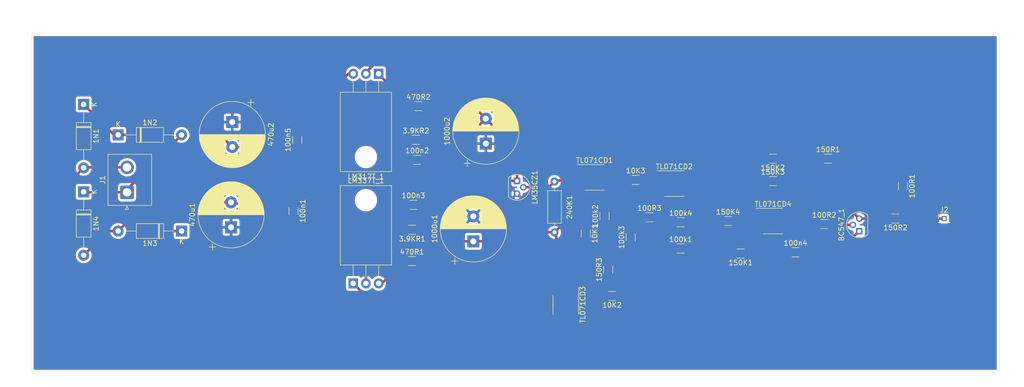
<source format=kicad_pcb>
(kicad_pcb (version 20241229) (generator "pcbnew") (generator_version "9.0")
  (layers (0 "F.Cu" signal) (2 "B.Cu" signal) (13 "F.Paste" user) (15 "B.Paste" user) (5 "F.SilkS" user "F.Silkscreen") (7 "B.SilkS" user "B.Silkscreen") (1 "F.Mask" user) (3 "B.Mask" user) (25 "Edge.Cuts" user))
  (net 0 "")
  (net 1 "Net-(1N1-K)")
  (net 2 "Net-(1N1-A)")
  (net 3 "Net-(1N2-A)")
  (net 4 "Net-(1N3-A)")
  (net 5 "Net-(LM337T_1-ADJ)")
  (net 6 "GND")
  (net 7 "Net-(LM317T_1-ADJ)")
  (net 8 "Net-(TL071CD3--)")
  (net 9 "Net-(TL071CD2-+)")
  (net 10 "Net-(BC547_1-C)")
  (net 11 "Net-(TL071CD3-+)")
  (net 12 "Net-(TL071CD1--)")
  (net 13 "Net-(TL071CD2--)")
  (net 14 "Net-(100k1-Pad2)")
  (net 15 "Net-(LM337T_1-VO)")
  (net 16 "Net-(100R2-Pad1)")
  (net 17 "Net-(TL071CD4--)")
  (net 18 "Net-(100R1-Pad1)")
  (net 19 "Net-(J2-Pin_1)")
  (net 20 "Net-(BC547_1-B)")
  (net 21 "Net-(100R3-Pad2)")
  (net 22 "Net-(TL071CD4-+)")
  (net 23 "Net-(BC547_1-E)")
  (net 24 "Net-(LM35CZ1-Vout)")
  (footprint "VAMK_R_SMD:1206" (layer "F.Cu") (at 198.5 100.75 180)
    (property "Reference" "150K1" (at 0 -1.82 0) (layer "F.SilkS"))
    (property "Value" "150k")
    (pad "1" smd roundrect (at -1.55 0 180) (size 1.3 1.75) (layers "F.Cu" "F.Mask" "F.Paste") (roundrect_rratio 0.192308) (net 19 "Net-(J2-Pin_1)"))
    (pad "2" smd roundrect (at 1.55 0 180) (size 1.3 1.75) (layers "F.Cu" "F.Mask" "F.Paste") (roundrect_rratio 0.192308) (net 22 "Net-(TL071CD4-+)"))
  )
  (footprint "VAMK_IC_SMD:SO8IC" (layer "F.Cu") (at 205 94.25)
    (property "Reference" "TL071CD4" (at 0 -3.4 0) (layer "F.SilkS"))
    (property "Value" "TL071CD_SO8")
    (pad "1" smd roundrect (at -2.475 -1.905) (size 1.95 0.6) (layers "F.Cu" "F.Mask" "F.Paste"))
    (pad "2" smd roundrect (at -2.475 -0.635) (size 1.95 0.6) (layers "F.Cu" "F.Mask" "F.Paste") (net 17 "Net-(TL071CD4--)"))
    (pad "3" smd roundrect (at -2.475 0.635) (size 1.95 0.6) (layers "F.Cu" "F.Mask" "F.Paste") (net 22 "Net-(TL071CD4-+)"))
    (pad "4" smd roundrect (at -2.475 1.905) (size 1.95 0.6) (layers "F.Cu" "F.Mask" "F.Paste") (net 15 "Net-(LM337T_1-VO)"))
    (pad "5" smd roundrect (at 2.475 1.905) (size 1.95 0.6) (layers "F.Cu" "F.Mask" "F.Paste"))
    (pad "6" smd roundrect (at 2.475 0.635) (size 1.95 0.6) (layers "F.Cu" "F.Mask" "F.Paste") (net 16 "Net-(100R2-Pad1)"))
    (pad "7" smd roundrect (at 2.475 -0.635) (size 1.95 0.6) (layers "F.Cu" "F.Mask" "F.Paste") (net 10 "Net-(BC547_1-C)"))
    (pad "8" smd roundrect (at 2.475 -1.905) (size 1.95 0.6) (layers "F.Cu" "F.Mask" "F.Paste"))
  )
  (footprint "VAMK_R_SMD:1206" (layer "F.Cu") (at 180.25 93.5)
    (property "Reference" "100R3" (at 0 -1.82 0) (layer "F.SilkS"))
    (property "Value" "100R")
    (pad "1" smd roundrect (at -1.55 0) (size 1.3 1.75) (layers "F.Cu" "F.Mask" "F.Paste") (roundrect_rratio 0.192308) (net 6 "GND"))
    (pad "2" smd roundrect (at 1.55 0) (size 1.3 1.75) (layers "F.Cu" "F.Mask" "F.Paste") (roundrect_rratio 0.192308) (net 21 "Net-(100R3-Pad2)"))
  )
  (footprint "VAMK_R_SMD:1206" (layer "F.Cu") (at 196 94.25)
    (property "Reference" "150K4" (at 0 -1.82 0) (layer "F.SilkS"))
    (property "Value" "150k")
    (pad "1" smd roundrect (at -1.55 0) (size 1.3 1.75) (layers "F.Cu" "F.Mask" "F.Paste") (roundrect_rratio 0.192308) (net 14 "Net-(100k1-Pad2)"))
    (pad "2" smd roundrect (at 1.55 0) (size 1.3 1.75) (layers "F.Cu" "F.Mask" "F.Paste") (roundrect_rratio 0.192308) (net 22 "Net-(TL071CD4-+)"))
  )
  (footprint "VAMK_C_SMD:C1206" (layer "F.Cu") (at 109 92.225 -90)
    (property "Reference" "100n1" (at 0 -1.85 90) (layer "F.SilkS"))
    (property "Value" "100NF_50V_CER")
    (pad "1" smd roundrect (at -1.475 0 270) (size 1.15 1.8) (layers "F.Cu" "F.Mask" "F.Paste") (roundrect_rratio 0.217391) (net 4 "Net-(1N3-A)"))
    (pad "2" smd roundrect (at 1.475 0 270) (size 1.15 1.8) (layers "F.Cu" "F.Mask" "F.Paste") (roundrect_rratio 0.217391) (net 6 "GND"))
  )
  (footprint "VAMK_C_SMD:C1206" (layer "F.Cu") (at 133.75 82)
    (property "Reference" "100n2" (at 0 -1.85 0) (layer "F.SilkS"))
    (property "Value" "100NF_50V_CER")
    (pad "1" smd roundrect (at -1.475 0) (size 1.15 1.8) (layers "F.Cu" "F.Mask" "F.Paste") (roundrect_rratio 0.217391) (net 6 "GND"))
    (pad "2" smd roundrect (at 1.475 0) (size 1.15 1.8) (layers "F.Cu" "F.Mask" "F.Paste") (roundrect_rratio 0.217391) (net 10 "Net-(BC547_1-C)"))
  )
  (footprint "VAMK_R_SMD:1206" (layer "F.Cu") (at 172 104 90)
    (property "Reference" "150R3" (at 0 -1.82 90) (layer "F.SilkS"))
    (property "Value" "150R")
    (pad "1" smd roundrect (at -1.55 0 90) (size 1.3 1.75) (layers "F.Cu" "F.Mask" "F.Paste") (roundrect_rratio 0.192308) (net 21 "Net-(100R3-Pad2)"))
    (pad "2" smd roundrect (at 1.55 0 90) (size 1.3 1.75) (layers "F.Cu" "F.Mask" "F.Paste") (roundrect_rratio 0.192308) (net 11 "Net-(TL071CD3-+)"))
  )
  (footprint "VAMK_R_SMD:1206" (layer "F.Cu") (at 132.7 102.25)
    (property "Reference" "470R1" (at 0 -1.82 0) (layer "F.SilkS"))
    (property "Value" "470R")
    (pad "1" smd roundrect (at -1.55 0) (size 1.3 1.75) (layers "F.Cu" "F.Mask" "F.Paste") (roundrect_rratio 0.192308) (net 15 "Net-(LM337T_1-VO)"))
    (pad "2" smd roundrect (at 1.55 0) (size 1.3 1.75) (layers "F.Cu" "F.Mask" "F.Paste") (roundrect_rratio 0.192308) (net 5 "Net-(LM337T_1-ADJ)"))
  )
  (footprint "VAMK_D:DO41" (layer "F.Cu") (at 86.6 96.25 180)
    (property "Reference" "1N3" (at 6.35 -2.47 0) (layer "F.SilkS"))
    (property "Value" "1N4007")
    (fp_text user "K" (at 0 -2.1 0) (layer "F.SilkS"))
    (pad "1" thru_hole rect (at 0 0 180) (size 2.2 2.2) (drill 1.1) (layers "*.Cu" "*.Mask") (net 2 "Net-(1N1-A)"))
    (pad "2" thru_hole oval (at 12.7 0 180) (size 2.2 2.2) (drill 1.1) (layers "*.Cu" "*.Mask") (net 4 "Net-(1N3-A)"))
  )
  (footprint "VAMK_D:DO41" (layer "F.Cu") (at 67 88.4 -90)
    (property "Reference" "1N4" (at 6.35 -2.47 90) (layer "F.SilkS"))
    (property "Value" "1N4007")
    (fp_text user "K" (at 0 -2.1 90) (layer "F.SilkS"))
    (pad "1" thru_hole rect (at 0 0 270) (size 2.2 2.2) (drill 1.1) (layers "*.Cu" "*.Mask") (net 3 "Net-(1N2-A)"))
    (pad "2" thru_hole oval (at 12.7 0 270) (size 2.2 2.2) (drill 1.1) (layers "*.Cu" "*.Mask") (net 4 "Net-(1N3-A)"))
  )
  (footprint "VAMK_R_SMD:1206" (layer "F.Cu") (at 204.95 81.75 180)
    (property "Reference" "150K2" (at 0 -1.82 0) (layer "F.SilkS"))
    (property "Value" "150k")
    (pad "1" smd roundrect (at -1.55 0 180) (size 1.3 1.75) (layers "F.Cu" "F.Mask" "F.Paste") (roundrect_rratio 0.192308) (net 6 "GND"))
    (pad "2" smd roundrect (at 1.55 0 180) (size 1.3 1.75) (layers "F.Cu" "F.Mask" "F.Paste") (roundrect_rratio 0.192308) (net 17 "Net-(TL071CD4--)"))
  )
  (footprint "VAMK_R_SMD:1206" (layer "F.Cu") (at 186.5 99.75)
    (property "Reference" "100k1" (at 0 -1.82 0) (layer "F.SilkS"))
    (property "Value" "100k")
    (pad "1" smd roundrect (at -1.55 0) (size 1.3 1.75) (layers "F.Cu" "F.Mask" "F.Paste") (roundrect_rratio 0.192308) (net 13 "Net-(TL071CD2--)"))
    (pad "2" smd roundrect (at 1.55 0) (size 1.3 1.75) (layers "F.Cu" "F.Mask" "F.Paste") (roundrect_rratio 0.192308) (net 14 "Net-(100k1-Pad2)"))
  )
  (footprint "VAMK_IC_SMD:SO8IC" (layer "F.Cu") (at 169.25 85.5)
    (property "Reference" "TL071CD1" (at 0 -3.4 0) (layer "F.SilkS"))
    (property "Value" "TL071CD_SO8")
    (pad "1" smd roundrect (at -2.475 -1.905) (size 1.95 0.6) (layers "F.Cu" "F.Mask" "F.Paste"))
    (pad "2" smd roundrect (at -2.475 -0.635) (size 1.95 0.6) (layers "F.Cu" "F.Mask" "F.Paste") (net 12 "Net-(TL071CD1--)"))
    (pad "3" smd roundrect (at -2.475 0.635) (size 1.95 0.6) (layers "F.Cu" "F.Mask" "F.Paste") (net 24 "Net-(LM35CZ1-Vout)"))
    (pad "4" smd roundrect (at -2.475 1.905) (size 1.95 0.6) (layers "F.Cu" "F.Mask" "F.Paste") (net 15 "Net-(LM337T_1-VO)"))
    (pad "5" smd roundrect (at 2.475 1.905) (size 1.95 0.6) (layers "F.Cu" "F.Mask" "F.Paste"))
    (pad "6" smd roundrect (at 2.475 0.635) (size 1.95 0.6) (layers "F.Cu" "F.Mask" "F.Paste") (net 12 "Net-(TL071CD1--)"))
    (pad "7" smd roundrect (at 2.475 -0.635) (size 1.95 0.6) (layers "F.Cu" "F.Mask" "F.Paste") (net 10 "Net-(BC547_1-C)"))
    (pad "8" smd roundrect (at 2.475 -1.905) (size 1.95 0.6) (layers "F.Cu" "F.Mask" "F.Paste"))
  )
  (footprint "VAMK_R:R3_5W" (layer "F.Cu") (at 161.25 91.5 90)
    (property "Reference" "240K1" (at 0 3 90) (layer "F.SilkS"))
    (property "Value" "240k")
    (pad "1" thru_hole circle (at -5 0 90) (size 1.6 1.6) (drill 0.8) (layers "*.Cu" "*.Mask") (net 15 "Net-(LM337T_1-VO)"))
    (pad "2" thru_hole oval (at 5.16 0 90) (size 1.6 1.6) (drill 0.8) (layers "*.Cu" "*.Mask") (net 24 "Net-(LM35CZ1-Vout)"))
  )
  (footprint "Connector_JST:JST_NV_B02P-NV_1x02_P5.00mm_Vertical" (layer "F.Cu") (at 75.684785 88.5 90)
    (property "Reference" "J1" (at 2.5 -4.9 90) (layer "F.SilkS"))
    (property "Value" "Conn_01x02")
    (pad "1" thru_hole roundrect (at 0 0 90) (size 2.7 2.7) (drill 1.7) (layers "*.Cu" "*.Mask") (roundrect_rratio 0.092593) (net 3 "Net-(1N2-A)"))
    (pad "2" thru_hole circle (at 5 0 90) (size 2.7 2.7) (drill 1.7) (layers "*.Cu" "*.Mask") (net 2 "Net-(1N1-A)"))
  )
  (footprint "Connector_PinHeader_1.27mm:PinHeader_1x01_P1.27mm_Vertical" (layer "F.Cu") (at 239.25 93.75)
    (property "Reference" "J2" (at 0 -1.745 0) (layer "F.SilkS"))
    (property "Value" "Output")
    (pad "1" thru_hole rect (at 0 0) (size 1 1) (drill 0.65) (layers "*.Cu" "*.Mask") (net 19 "Net-(J2-Pin_1)"))
  )
  (footprint "VAMK_R_SMD:1206" (layer "F.Cu") (at 132.75 96 180)
    (property "Reference" "3.9KR1" (at 0 -1.82 0) (layer "F.SilkS"))
    (property "Value" "3.9k")
    (pad "1" smd roundrect (at -1.55 0 180) (size 1.3 1.75) (layers "F.Cu" "F.Mask" "F.Paste") (roundrect_rratio 0.192308) (net 5 "Net-(LM337T_1-ADJ)"))
    (pad "2" smd roundrect (at 1.55 0 180) (size 1.3 1.75) (layers "F.Cu" "F.Mask" "F.Paste") (roundrect_rratio 0.192308) (net 6 "GND"))
  )
  (footprint "VAMK_C:C_P_5_0_13" (layer "F.Cu") (at 147.5 78.75 90)
    (property "Reference" "1000u2" (at 2.5 -7.75 90) (layer "F.SilkS"))
    (property "Value" "1000UF_50V_ELE")
    (pad "1" thru_hole rect (at 0 0 90) (size 2.4 2.4) (drill 1.2) (layers "*.Cu" "*.Mask") (net 6 "GND"))
    (pad "2" thru_hole circle (at 5 0 90) (size 2.4 2.4) (drill 1.2) (layers "*.Cu" "*.Mask") (net 10 "Net-(BC547_1-C)"))
  )
  (footprint "VAMK_ANA:TO-92" (layer "F.Cu") (at 222.25 96.29 90)
    (property "Reference" "BC547_1" (at 1.29 -3.56 90) (layer "F.SilkS"))
    (property "Value" "BC547_TO92_0.1A")
    (pad "1" thru_hole rect (at 0 0 90) (size 1.3 1.3) (drill 0.75) (layers "*.Cu" "*.Mask") (net 10 "Net-(BC547_1-C)"))
    (pad "2" thru_hole circle (at 1.28 -1.27 90) (size 1.3 1.3) (drill 0.75) (layers "*.Cu" "*.Mask") (net 20 "Net-(BC547_1-B)"))
    (pad "3" thru_hole circle (at 2.54 0 90) (size 1.3 1.3) (drill 0.75) (layers "*.Cu" "*.Mask") (net 23 "Net-(BC547_1-E)"))
  )
  (footprint "VAMK_C:C_P_5_0_13" (layer "F.Cu") (at 145 98.315215 90)
    (property "Reference" "1000u1" (at 2.5 -7.75 90) (layer "F.SilkS"))
    (property "Value" "1000UF_50V_ELE")
    (pad "1" thru_hole rect (at 0 0 90) (size 2.4 2.4) (drill 1.2) (layers "*.Cu" "*.Mask") (net 15 "Net-(LM337T_1-VO)"))
    (pad "2" thru_hole circle (at 5 0 90) (size 2.4 2.4) (drill 1.2) (layers "*.Cu" "*.Mask") (net 6 "GND"))
  )
  (footprint "VAMK_R_SMD:1206" (layer "F.Cu") (at 133.5 78)
    (property "Reference" "3.9KR2" (at 0 -1.82 0) (layer "F.SilkS"))
    (property "Value" "3.9k")
    (pad "1" smd roundrect (at -1.55 0) (size 1.3 1.75) (layers "F.Cu" "F.Mask" "F.Paste") (roundrect_rratio 0.192308) (net 6 "GND"))
    (pad "2" smd roundrect (at 1.55 0) (size 1.3 1.75) (layers "F.Cu" "F.Mask" "F.Paste") (roundrect_rratio 0.192308) (net 7 "Net-(LM317T_1-ADJ)"))
  )
  (footprint "VAMK_R_SMD:1206" (layer "F.Cu") (at 172.75 109.25 180)
    (property "Reference" "10K2" (at 0 -1.82 0) (layer "F.SilkS"))
    (property "Value" "10k")
    (pad "1" smd roundrect (at -1.55 0 180) (size 1.3 1.75) (layers "F.Cu" "F.Mask" "F.Paste") (roundrect_rratio 0.192308) (net 10 "Net-(BC547_1-C)"))
    (pad "2" smd roundrect (at 1.55 0 180) (size 1.3 1.75) (layers "F.Cu" "F.Mask" "F.Paste") (roundrect_rratio 0.192308) (net 11 "Net-(TL071CD3-+)"))
  )
  (footprint "VAMK_D:DO41" (layer "F.Cu") (at 73.9 77)
    (property "Reference" "1N2" (at 6.35 -2.47 0) (layer "F.SilkS"))
    (property "Value" "1N4007")
    (fp_text user "K" (at 0 -2.1 0) (layer "F.SilkS"))
    (pad "1" thru_hole rect (at 0 0) (size 2.2 2.2) (drill 1.1) (layers "*.Cu" "*.Mask") (net 1 "Net-(1N1-K)"))
    (pad "2" thru_hole oval (at 12.7 0) (size 2.2 2.2) (drill 1.1) (layers "*.Cu" "*.Mask") (net 3 "Net-(1N2-A)"))
  )
  (footprint "VAMK_R_SMD:1206" (layer "F.Cu") (at 215.25 94.86)
    (property "Reference" "100R2" (at 0 -1.82 0) (layer "F.SilkS"))
    (property "Value" "100R")
    (pad "1" smd roundrect (at -1.55 0) (size 1.3 1.75) (layers "F.Cu" "F.Mask" "F.Paste") (roundrect_rratio 0.192308) (net 16 "Net-(100R2-Pad1)"))
    (pad "2" smd roundrect (at 1.55 0) (size 1.3 1.75) (layers "F.Cu" "F.Mask" "F.Paste") (roundrect_rratio 0.192308) (net 20 "Net-(BC547_1-B)"))
  )
  (footprint "VAMK_C:C_P_5_0_13" (layer "F.Cu") (at 96.75 74.434784 -90)
    (property "Reference" "470u2" (at 2.5 -7.75 90) (layer "F.SilkS"))
    (property "Value" "470UF_50V_ELE")
    (pad "1" thru_hole rect (at 0 0 270) (size 2.4 2.4) (drill 1.2) (layers "*.Cu" "*.Mask") (net 6 "GND"))
    (pad "2" thru_hole circle (at 5 0 270) (size 2.4 2.4) (drill 1.2) (layers "*.Cu" "*.Mask") (net 1 "Net-(1N1-K)"))
  )
  (footprint "VAMK_R_SMD:1206" (layer "F.Cu") (at 186.5 94.5)
    (property "Reference" "100k4" (at 0 -1.82 0) (layer "F.SilkS"))
    (property "Value" "100k")
    (pad "1" smd roundrect (at -1.55 0) (size 1.3 1.75) (layers "F.Cu" "F.Mask" "F.Paste") (roundrect_rratio 0.192308) (net 13 "Net-(TL071CD2--)"))
    (pad "2" smd roundrect (at 1.55 0) (size 1.3 1.75) (layers "F.Cu" "F.Mask" "F.Paste") (roundrect_rratio 0.192308) (net 14 "Net-(100k1-Pad2)"))
  )
  (footprint "VAMK_R_SMD:1206" (layer "F.Cu") (at 229.5 93.75 180)
    (property "Reference" "150R2" (at 0 -1.82 0) (layer "F.SilkS"))
    (property "Value" "150R")
    (pad "1" smd roundrect (at -1.55 0 180) (size 1.3 1.75) (layers "F.Cu" "F.Mask" "F.Paste") (roundrect_rratio 0.192308) (net 19 "Net-(J2-Pin_1)"))
    (pad "2" smd roundrect (at 1.55 0 180) (size 1.3 1.75) (layers "F.Cu" "F.Mask" "F.Paste") (roundrect_rratio 0.192308) (net 23 "Net-(BC547_1-E)"))
  )
  (footprint "VAMK_R_SMD:1206" (layer "F.Cu") (at 216 81.75)
    (property "Reference" "150R1" (at 0 -1.82 0) (layer "F.SilkS"))
    (property "Value" "150R")
    (pad "1" smd roundrect (at -1.55 0) (size 1.3 1.75) (layers "F.Cu" "F.Mask" "F.Paste") (roundrect_rratio 0.192308) (net 6 "GND"))
    (pad "2" smd roundrect (at 1.55 0) (size 1.3 1.75) (layers "F.Cu" "F.Mask" "F.Paste") (roundrect_rratio 0.192308) (net 18 "Net-(100R1-Pad1)"))
  )
  (footprint "VAMK_C_SMD:C1206" (layer "F.Cu") (at 133 91)
    (property "Reference" "100n3" (at 0 -1.85 0) (layer "F.SilkS"))
    (property "Value" "100NF_50V_CER")
    (pad "1" smd roundrect (at -1.475 0) (size 1.15 1.8) (layers "F.Cu" "F.Mask" "F.Paste") (roundrect_rratio 0.217391) (net 6 "GND"))
    (pad "2" smd roundrect (at 1.475 0) (size 1.15 1.8) (layers "F.Cu" "F.Mask" "F.Paste") (roundrect_rratio 0.217391) (net 15 "Net-(LM337T_1-VO)"))
  )
  (footprint "VAMK_R_SMD:1206" (layer "F.Cu") (at 167.5 96.75 -90)
    (property "Reference" "10K1" (at 0 -1.82 90) (layer "F.SilkS"))
    (property "Value" "10k")
    (pad "1" smd roundrect (at -1.55 0 270) (size 1.3 1.75) (layers "F.Cu" "F.Mask" "F.Paste") (roundrect_rratio 0.192308) (net 9 "Net-(TL071CD2-+)"))
    (pad "2" smd roundrect (at 1.55 0 270) (size 1.3 1.75) (layers "F.Cu" "F.Mask" "F.Paste") (roundrect_rratio 0.192308) (net 8 "Net-(TL071CD3--)"))
  )
  (footprint "VAMK_IC_SMD:SO8IC" (layer "F.Cu") (at 163.5 111 -90)
    (property "Reference" "TL071CD3" (at 0 -3.4 90) (layer "F.SilkS"))
    (property "Value" "TL071CD_SO8")
    (pad "1" smd roundrect (at -2.475 -1.905 270) (size 1.95 0.6) (layers "F.Cu" "F.Mask" "F.Paste"))
    (pad "2" smd roundrect (at -2.475 -0.635 270) (size 1.95 0.6) (layers "F.Cu" "F.Mask" "F.Paste") (net 8 "Net-(TL071CD3--)"))
    (pad "3" smd roundrect (at -2.475 0.635 270) (size 1.95 0.6) (layers "F.Cu" "F.Mask" "F.Paste") (net 11 "Net-(TL071CD3-+)"))
    (pad "4" smd roundrect (at -2.475 1.905 270) (size 1.95 0.6) (layers "F.Cu" "F.Mask" "F.Paste") (net 15 "Net-(LM337T_1-VO)"))
    (pad "5" smd roundrect (at 2.475 1.905 270) (size 1.95 0.6) (layers "F.Cu" "F.Mask" "F.Paste"))
    (pad "6" smd roundrect (at 2.475 0.635 270) (size 1.95 0.6) (layers "F.Cu" "F.Mask" "F.Paste") (net 8 "Net-(TL071CD3--)"))
    (pad "7" smd roundrect (at 2.475 -0.635 270) (size 1.95 0.6) (layers "F.Cu" "F.Mask" "F.Paste") (net 10 "Net-(BC547_1-C)"))
    (pad "8" smd roundrect (at 2.475 -1.905 270) (size 1.95 0.6) (layers "F.Cu" "F.Mask" "F.Paste"))
  )
  (footprint "VAMK_C_SMD:C1206" (layer "F.Cu") (at 109.75 78 90)
    (property "Reference" "100n5" (at 0 -1.85 90) (layer "F.SilkS"))
    (property "Value" "100NF_50V_CER")
    (pad "1" smd roundrect (at -1.475 0 90) (size 1.15 1.8) (layers "F.Cu" "F.Mask" "F.Paste") (roundrect_rratio 0.217391) (net 1 "Net-(1N1-K)"))
    (pad "2" smd roundrect (at 1.475 0 90) (size 1.15 1.8) (layers "F.Cu" "F.Mask" "F.Paste") (roundrect_rratio 0.217391) (net 6 "GND"))
  )
  (footprint "VAMK_R_SMD:1206" (layer "F.Cu") (at 176.5 97.5 90)
    (property "Reference" "100k3" (at 0 -1.82 90) (layer "F.SilkS"))
    (property "Value" "100k")
    (pad "1" smd roundrect (at -1.55 0 90) (size 1.3 1.75) (layers "F.Cu" "F.Mask" "F.Paste") (roundrect_rratio 0.192308) (net 9 "Net-(TL071CD2-+)"))
    (pad "2" smd roundrect (at 1.55 0 90) (size 1.3 1.75) (layers "F.Cu" "F.Mask" "F.Paste") (roundrect_rratio 0.192308) (net 6 "GND"))
  )
  (footprint "VAMK_IC:TO-92" (layer "F.Cu") (at 153.75 86.21 -90)
    (property "Reference" "LM35CZ1" (at 1.29 -3.56 90) (layer "F.SilkS"))
    (property "Value" "LM35CZ_TO92")
    (pad "1" thru_hole rect (at 0 0 270) (size 1.3 1.3) (drill 0.75) (layers "*.Cu" "*.Mask") (net 10 "Net-(BC547_1-C)"))
    (pad "2" thru_hole circle (at 1.28 -1.27 270) (size 1.3 1.3) (drill 0.75) (layers "*.Cu" "*.Mask") (net 24 "Net-(LM35CZ1-Vout)"))
    (pad "3" thru_hole circle (at 2.54 0 270) (size 1.3 1.3) (drill 0.75) (layers "*.Cu" "*.Mask") (net 6 "GND"))
  )
  (footprint "VAMK_C_SMD:C1206" (layer "F.Cu") (at 209.5 100.5)
    (property "Reference" "100n4" (at 0 -1.85 0) (layer "F.SilkS"))
    (property "Value" "100NF_50V_CER")
    (pad "1" smd roundrect (at -1.475 0) (size 1.15 1.8) (layers "F.Cu" "F.Mask" "F.Paste") (roundrect_rratio 0.217391) (net 17 "Net-(TL071CD4--)"))
    (pad "2" smd roundrect (at 1.475 0) (size 1.15 1.8) (layers "F.Cu" "F.Mask" "F.Paste") (roundrect_rratio 0.217391) (net 16 "Net-(100R2-Pad1)"))
  )
  (footprint "VAMK_D:DO41" (layer "F.Cu") (at 67 70.9 -90)
    (property "Reference" "1N1" (at 6.35 -2.47 90) (layer "F.SilkS"))
    (property "Value" "1N4007")
    (fp_text user "K" (at 0 -2.1 90) (layer "F.SilkS"))
    (pad "1" thru_hole rect (at 0 0 270) (size 2.2 2.2) (drill 1.1) (layers "*.Cu" "*.Mask") (net 1 "Net-(1N1-K)"))
    (pad "2" thru_hole oval (at 12.7 0 270) (size 2.2 2.2) (drill 1.1) (layers "*.Cu" "*.Mask") (net 2 "Net-(1N1-A)"))
  )
  (footprint "VAMK_R_SMD:1206" (layer "F.Cu") (at 134 71.25)
    (property "Reference" "470R2" (at 0 -1.82 0) (layer "F.SilkS"))
    (property "Value" "470R")
    (pad "1" smd roundrect (at -1.55 0) (size 1.3 1.75) (layers "F.Cu" "F.Mask" "F.Paste") (roundrect_rratio 0.192308) (net 7 "Net-(LM317T_1-ADJ)"))
    (pad "2" smd roundrect (at 1.55 0) (size 1.3 1.75) (layers "F.Cu" "F.Mask" "F.Paste") (roundrect_rratio 0.192308) (net 10 "Net-(BC547_1-C)"))
  )
  (footprint "VAMK_R_SMD:1206" (layer "F.Cu") (at 171.25 93.25 90)
    (property "Reference" "100k2" (at 0 -1.82 90) (layer "F.SilkS"))
    (property "Value" "100k")
    (pad "1" smd roundrect (at -1.55 0 90) (size 1.3 1.75) (layers "F.Cu" "F.Mask" "F.Paste") (roundrect_rratio 0.192308) (net 9 "Net-(TL071CD2-+)"))
    (pad "2" smd roundrect (at 1.55 0 90) (size 1.3 1.75) (layers "F.Cu" "F.Mask" "F.Paste") (roundrect_rratio 0.192308) (net 6 "GND"))
  )
  (footprint "VAMK_ANA:TO-220" (layer "F.Cu") (at 126.04 64.77 180)
    (property "Reference" "LM317T_1" (at 2.54 -20.58 0) (layer "F.SilkS"))
    (property "Value" "LM317T_TO220_1.5A")
    (pad "" np_thru_hole oval (at 2.54 -16.66 180) (size 3.5 3.5) (drill 3.5) (layers "*.Cu" "*.Mask"))
    (pad "1" thru_hole rect (at 0 0 180) (size 1.905 2) (drill 1.1) (layers "*.Cu" "*.Mask") (net 7 "Net-(LM317T_1-ADJ)"))
    (pad "2" thru_hole oval (at 2.54 0 180) (size 1.905 2) (drill 1.1) (layers "*.Cu" "*.Mask") (net 10 "Net-(BC547_1-C)"))
    (pad "3" thru_hole oval (at 5.08 0 180) (size 1.905 2) (drill 1.1) (layers "*.Cu" "*.Mask") (net 1 "Net-(1N1-K)"))
  )
  (footprint "VAMK_R_SMD:1206" (layer "F.Cu") (at 204.95 86.25)
    (property "Reference" "150K3" (at 0 -1.82 0) (layer "F.SilkS"))
    (property "Value" "150k")
    (pad "1" smd roundrect (at -1.55 0) (size 1.3 1.75) (layers "F.Cu" "F.Mask" "F.Paste") (roundrect_rratio 0.192308) (net 17 "Net-(TL071CD4--)"))
    (pad "2" smd roundrect (at 1.55 0) (size 1.3 1.75) (layers "F.Cu" "F.Mask" "F.Paste") (roundrect_rratio 0.192308) (net 23 "Net-(BC547_1-E)"))
  )
  (footprint "VAMK_IC_SMD:SO8IC" (layer "F.Cu") (at 185.225 86.75)
    (property "Reference" "TL071CD2" (at 0 -3.4 0) (layer "F.SilkS"))
    (property "Value" "TL071CD_SO8")
    (pad "1" smd roundrect (at -2.475 -1.905) (size 1.95 0.6) (layers "F.Cu" "F.Mask" "F.Paste"))
    (pad "2" smd roundrect (at -2.475 -0.635) (size 1.95 0.6) (layers "F.Cu" "F.Mask" "F.Paste") (net 13 "Net-(TL071CD2--)"))
    (pad "3" smd roundrect (at -2.475 0.635) (size 1.95 0.6) (layers "F.Cu" "F.Mask" "F.Paste") (net 9 "Net-(TL071CD2-+)"))
    (pad "4" smd roundrect (at -2.475 1.905) (size 1.95 0.6) (layers "F.Cu" "F.Mask" "F.Paste") (net 15 "Net-(LM337T_1-VO)"))
    (pad "5" smd roundrect (at 2.475 1.905) (size 1.95 0.6) (layers "F.Cu" "F.Mask" "F.Paste"))
    (pad "6" smd roundrect (at 2.475 0.635) (size 1.95 0.6) (layers "F.Cu" "F.Mask" "F.Paste") (net 14 "Net-(100k1-Pad2)"))
    (pad "7" smd roundrect (at 2.475 -0.635) (size 1.95 0.6) (layers "F.Cu" "F.Mask" "F.Paste") (net 10 "Net-(BC547_1-C)"))
    (pad "8" smd roundrect (at 2.475 -1.905) (size 1.95 0.6) (layers "F.Cu" "F.Mask" "F.Paste"))
  )
  (footprint "VAMK_R_SMD:1206" (layer "F.Cu") (at 177.5 86)
    (property "Reference" "10K3" (at 0 -1.82 0) (layer "F.SilkS"))
    (property "Value" "10k")
    (pad "1" smd roundrect (at -1.55 0) (size 1.3 1.75) (layers "F.Cu" "F.Mask" "F.Paste") (roundrect_rratio 0.192308) (net 12 "Net-(TL071CD1--)"))
    (pad "2" smd roundrect (at 1.55 0) (size 1.3 1.75) (layers "F.Cu" "F.Mask" "F.Paste") (roundrect_rratio 0.192308) (net 13 "Net-(TL071CD2--)"))
  )
  (footprint "VAMK_ANA:TO-220" (layer "F.Cu") (at 120.96 106.73)
    (property "Reference" "LM337T_1" (at 2.54 -20.58 0) (layer "F.SilkS"))
    (property "Value" "LM337T_TO220_1.5A")
    (pad "" np_thru_hole oval (at 2.54 -16.66) (size 3.5 3.5) (drill 3.5) (layers "*.Cu" "*.Mask"))
    (pad "1" thru_hole rect (at 0 0) (size 1.905 2) (drill 1.1) (layers "*.Cu" "*.Mask") (net 5 "Net-(LM337T_1-ADJ)"))
    (pad "2" thru_hole oval (at 2.54 0) (size 1.905 2) (drill 1.1) (layers "*.Cu" "*.Mask") (net 4 "Net-(1N3-A)"))
    (pad "3" thru_hole oval (at 5.08 0) (size 1.905 2) (drill 1.1) (layers "*.Cu" "*.Mask") (net 15 "Net-(LM337T_1-VO)"))
  )
  (footprint "VAMK_R_SMD:1206" (layer "F.Cu") (at 231 87.25 -90)
    (property "Reference" "100R1" (at 0 -1.82 90) (layer "F.SilkS"))
    (property "Value" "100R")
    (pad "1" smd roundrect (at -1.55 0 270) (size 1.3 1.75) (layers "F.Cu" "F.Mask" "F.Paste") (roundrect_rratio 0.192308) (net 18 "Net-(100R1-Pad1)"))
    (pad "2" smd roundrect (at 1.55 0 270) (size 1.3 1.75) (layers "F.Cu" "F.Mask" "F.Paste") (roundrect_rratio 0.192308) (net 19 "Net-(J2-Pin_1)"))
  )
  (footprint "VAMK_C:C_P_5_0_13" (layer "F.Cu") (at 96.5 95.5 90)
    (property "Reference" "470u1" (at 2.5 -7.75 90) (layer "F.SilkS"))
    (property "Value" "470UF_50V_ELE")
    (pad "1" thru_hole rect (at 0 0 90) (size 2.4 2.4) (drill 1.2) (layers "*.Cu" "*.Mask") (net 6 "GND"))
    (pad "2" thru_hole circle (at 5 0 90) (size 2.4 2.4) (drill 1.2) (layers "*.Cu" "*.Mask") (net 4 "Net-(1N3-A)"))
  )
  (gr_rect (start 56.5 56.75) (end 250.25 124.5) (stroke (width 0.05)) (fill no) (layer "Edge.Cuts"))
  (segment (start 76.25 77) (end 73.9 77) (width 0.5) (layer "F.Cu") (net 1))
  (segment (start 119.98 64.77) (end 117.5 67.25) (width 0.5) (layer "F.Cu") (net 1))
  (segment (start 90.315216 73) (end 80.25 73) (width 0.5) (layer "F.Cu") (net 1))
  (segment (start 73.9 77) (end 73.1 77) (width 0.5) (layer "F.Cu") (net 1))
  (segment (start 96.790216 79.475) (end 96.75 79.434784) (width 0.5) (layer "F.Cu") (net 1))
  (segment (start 73.1 77) (end 67 70.9) (width 0.5) (layer "F.Cu") (net 1))
  (segment (start 109.75 79.475) (end 96.790216 79.475) (width 0.5) (layer "F.Cu") (net 1))
  (segment (start 111.025 79.475) (end 109.75 79.475) (width 0.5) (layer "F.Cu") (net 1))
  (segment (start 120.96 64.77) (end 119.98 64.77) (width 0.5) (layer "F.Cu") (net 1))
  (segment (start 117.5 73) (end 111.025 79.475) (width 0.5) (layer "F.Cu") (net 1))
  (segment (start 80.25 73) (end 76.25 77) (width 0.5) (layer "F.Cu") (net 1))
  (segment (start 117.5 67.25) (end 117.5 73) (width 0.5) (layer "F.Cu") (net 1))
  (segment (start 67 70.9) (end 67.8 70.9) (width 0.2) (layer "F.Cu") (net 1))
  (segment (start 96.75 79.434784) (end 90.315216 73) (width 0.5) (layer "F.Cu") (net 1))
  (segment (start 63 87.6) (end 67 83.6) (width 0.5) (layer "F.Cu") (net 2))
  (segment (start 63 105.25) (end 63 87.6) (width 0.5) (layer "F.Cu") (net 2))
  (segment (start 75.684785 83.5) (end 67.1 83.5) (width 0.5) (layer "F.Cu") (net 2))
  (segment (start 69.75 105.25) (end 63 105.25) (width 0.5) (layer "F.Cu") (net 2))
  (segment (start 67.1 83.5) (end 67 83.6) (width 0.5) (layer "F.Cu") (net 2))
  (segment (start 78.75 96.25) (end 69.75 105.25) (width 0.5) (layer "F.Cu") (net 2))
  (segment (start 86.6 96.25) (end 78.75 96.25) (width 0.5) (layer "F.Cu") (net 2))
  (segment (start 75.684785 87.915215) (end 86.6 77) (width 0.5) (layer "F.Cu") (net 3))
  (segment (start 75.684785 88.5) (end 67.1 88.5) (width 0.5) (layer "F.Cu") (net 3))
  (segment (start 67.1 88.5) (end 67 88.4) (width 0.5) (layer "F.Cu") (net 3))
  (segment (start 75.684785 88.5) (end 75.684785 87.915215) (width 0.5) (layer "F.Cu") (net 3))
  (segment (start 96.5 90.5) (end 79.65 90.5) (width 0.5) (layer "F.Cu") (net 4))
  (segment (start 123.5 99.25) (end 115 90.75) (width 0.5) (layer "F.Cu") (net 4))
  (segment (start 123.5 106.73) (end 123.5 99.25) (width 0.5) (layer "F.Cu") (net 4))
  (segment (start 71.85 96.25) (end 67 101.1) (width 0.5) (layer "F.Cu") (net 4))
  (segment (start 79.65 90.5) (end 73.9 96.25) (width 0.5) (layer "F.Cu") (net 4))
  (segment (start 73.9 96.25) (end 71.85 96.25) (width 0.5) (layer "F.Cu") (net 4))
  (segment (start 109 90.75) (end 115 90.75) (width 0.5) (layer "F.Cu") (net 4))
  (segment (start 109 90.75) (end 96.75 90.75) (width 0.5) (layer "F.Cu") (net 4))
  (segment (start 96.75 90.75) (end 96.5 90.5) (width 0.5) (layer "F.Cu") (net 4))
  (segment (start 134.25 96.05) (end 134.3 96) (width 0.5) (layer "F.Cu") (net 5))
  (segment (start 120.96 106.73) (end 123.48 109.25) (width 0.5) (layer "F.Cu") (net 5))
  (segment (start 131.25 109.25) (end 134.25 106.25) (width 0.5) (layer "F.Cu") (net 5))
  (segment (start 134.25 106.25) (end 134.25 102.25) (width 0.5) (layer "F.Cu") (net 5))
  (segment (start 123.48 109.25) (end 131.25 109.25) (width 0.5) (layer "F.Cu") (net 5))
  (segment (start 134.25 102.25) (end 134.25 96.05) (width 0.5) (layer "F.Cu") (net 5))
  (segment (start 175.7 91.7) (end 177.5 93.5) (width 0.5) (layer "F.Cu") (net 6))
  (segment (start 178.7 93.75) (end 176.5 95.95) (width 0.5) (layer "F.Cu") (net 6))
  (segment (start 156.7 91.7) (end 153.75 88.75) (width 0.5) (layer "F.Cu") (net 6))
  (segment (start 171.25 91.7) (end 175.7 91.7) (width 0.5) (layer "F.Cu") (net 6))
  (segment (start 171.25 91.7) (end 156.7 91.7) (width 0.5) (layer "F.Cu") (net 6))
  (segment (start 177.5 93.5) (end 178.7 93.5) (width 0.5) (layer "F.Cu") (net 6))
  (segment (start 178.7 93.5) (end 178.7 93.75) (width 0.5) (layer "F.Cu") (net 6))
  (segment (start 132.45 71.25) (end 126.04 64.84) (width 0.5) (layer "F.Cu") (net 7))
  (segment (start 132.45 71.25) (end 132.45 71.7) (width 0.5) (layer "F.Cu") (net 7))
  (segment (start 126.04 64.84) (end 126.04 64.77) (width 0.5) (layer "F.Cu") (net 7))
  (segment (start 132.45 71.7) (end 135.05 74.3) (width 0.5) (layer "F.Cu") (net 7))
  (segment (start 135.05 74.3) (end 135.05 78) (width 0.5) (layer "F.Cu") (net 7))
  (segment (start 164.135 108.525) (end 164.135 110.3759) (width 0.5) (layer "F.Cu") (net 8))
  (segment (start 162.865 111.6459) (end 162.865 113.475) (width 0.5) (layer "F.Cu") (net 8))
  (segment (start 164.135 101.665) (end 167.5 98.3) (width 0.5) (layer "F.Cu") (net 8))
  (segment (start 164.135 110.3759) (end 162.865 111.6459) (width 0.5) (layer "F.Cu") (net 8))
  (segment (start 164.135 108.525) (end 164.135 101.665) (width 0.5) (layer "F.Cu") (net 8))
  (segment (start 170.5 104) (end 173 104) (width 0.5) (layer "F.Cu") (net 9))
  (segment (start 169.75 104.75) (end 170.5 104) (width 0.5) (layer "F.Cu") (net 9))
  (segment (start 183.5 92.25) (end 183.5 98.25) (width 0.5) (layer "F.Cu") (net 9))
  (segment (start 171.25 95.75) (end 171.25 94.8) (width 0.5) (layer "F.Cu") (net 9))
  (segment (start 171 107.25) (end 169.75 106) (width 0.5) (layer "F.Cu") (net 9))
  (segment (start 167.9 94.8) (end 167.5 95.2) (width 0.5) (layer "F.Cu") (net 9))
  (segment (start 174.55 99.05) (end 176.5 99.05) (width 0.5) (layer "F.Cu") (net 9))
  (segment (start 183.5 98.25) (end 174.5 107.25) (width 0.5) (layer "F.Cu") (net 9))
  (segment (start 171.25 95.75) (end 174.55 99.05) (width 0.5) (layer "F.Cu") (net 9))
  (segment (start 171.25 94.8) (end 167.9 94.8) (width 0.5) (layer "F.Cu") (net 9))
  (segment (start 184.75 88.8259) (end 184.75 91) (width 0.5) (layer "F.Cu") (net 9))
  (segment (start 169.75 106) (end 169.75 104.75) (width 0.5) (layer "F.Cu") (net 9))
  (segment (start 173 104) (end 176.5 100.5) (width 0.5) (layer "F.Cu") (net 9))
  (segment (start 176.5 100.5) (end 176.5 99.05) (width 0.5) (layer "F.Cu") (net 9))
  (segment (start 183.3091 87.385) (end 184.75 88.8259) (width 0.5) (layer "F.Cu") (net 9))
  (segment (start 174.5 107.25) (end 171 107.25) (width 0.5) (layer "F.Cu") (net 9))
  (segment (start 184.75 91) (end 183.5 92.25) (width 0.5) (layer "F.Cu") (net 9))
  (segment (start 182.75 87.385) (end 183.3091 87.385) (width 0.5) (layer "F.Cu") (net 9))
  (segment (start 135.55 71.25) (end 145 71.25) (width 0.5) (layer "F.Cu") (net 10))
  (segment (start 205 78.75) (end 204.25 78) (width 0.5) (layer "F.Cu") (net 10))
  (segment (start 222.21 96.29) (end 220.75 97.75) (width 0.5) (layer "F.Cu") (net 10))
  (segment (start 210.25 92.25) (end 208.885 93.615) (width 0.5) (layer "F.Cu") (net 10))
  (segment (start 165.75 111.25) (end 164.135 112.865) (width 0.5) (layer "F.Cu") (net 10))
  (segment (start 216.768708 97.75) (end 215.25 96.231292) (width 0.5) (layer "F.Cu") (net 10))
  (segment (start 167.75 81.75) (end 156 81.75) (width 0.5) (layer "F.Cu") (net 10))
  (segment (start 147.21 86.21) (end 142 81) (width 0.5) (layer "F.Cu") (net 10))
  (segment (start 214.5 92.25) (end 210.25 92.25) (width 0.5) (layer "F.Cu") (net 10))
  (segment (start 130.25 62.25) (end 135.55 67.55) (width 0.5) (layer "F.Cu") (net 10))
  (segment (start 125.75 62.25) (end 130.25 62.25) (width 0.5) (layer "F.Cu") (net 10))
  (segment (start 193.365 86.115) (end 187.7 86.115) (width 0.5) (layer "F.Cu") (net 10))
  (segment (start 135.55 67.55) (end 135.55 71.25) (width 0.5) (layer "F.Cu") (net 10))
  (segment (start 172.385 84.865) (end 171.725 84.865) (width 0.5) (layer "F.Cu") (net 10))
  (segment (start 138.25 73.95) (end 138.25 78.975) (width 0.5) (layer "F.Cu") (net 10))
  (segment (start 135.55 71.25) (end 138.25 73.95) (width 0.5) (layer "F.Cu") (net 10))
  (segment (start 147.5 73.75) (end 142 79.25) (width 0.5) (layer "F.Cu") (net 10))
  (segment (start 123.5 64.77) (end 123.5 64.5) (width 0.5) (layer "F.Cu") (net 10))
  (segment (start 187.7 86.115) (end 187.1409 86.115) (width 0.5) (layer "F.Cu") (net 10))
  (segment (start 175.25 82) (end 172.385 84.865) (width 0.5) (layer "F.Cu") (net 10))
  (segment (start 153.75 84) (end 153.75 86.21) (width 0.5) (layer "F.Cu") (net 10))
  (segment (start 142 79.25) (end 142 81) (width 0.5) (layer "F.Cu") (net 10))
  (segment (start 195.75 88.5) (end 193.365 86.115) (width 0.5) (layer "F.Cu") (net 10))
  (segment (start 182.75 109.25) (end 195.75 96.25) (width 0.5) (layer "F.Cu") (net 10))
  (segment (start 164.135 112.865) (end 164.135 113.475) (width 0.5) (layer "F.Cu") (net 10))
  (segment (start 215.25 96.231292) (end 215.25 93) (width 0.5) (layer "F.Cu") (net 10))
  (segment (start 195.75 96.25) (end 195.75 88.5) (width 0.5) (layer "F.Cu") (net 10))
  (segment (start 222.25 96.29) (end 222.21 96.29) (width 0.5) (layer "F.Cu") (net 10))
  (segment (start 138.25 78.975) (end 135.225 82) (width 0.5) (layer "F.Cu") (net 10))
  (segment (start 204.25 78) (end 151.75 78) (width 0.5) (layer "F.Cu") (net 10))
  (segment (start 205 91.6991) (end 205 78.75) (width 0.5) (layer "F.Cu") (net 10))
  (segment (start 207.475 93.615) (end 206.9159 93.615) (width 0.5) (layer "F.Cu") (net 10))
  (segment (start 145 71.25) (end 147.5 73.75) (width 0.5) (layer "F.Cu") (net 10))
  (segment (start 171.725 84.865) (end 170.865 84.865) (width 0.5) (layer "F.Cu") (net 10))
  (segment (start 172.3 111.25) (end 165.75 111.25) (width 0.5) (layer "F.Cu") (net 10))
  (segment (start 220.75 97.75) (end 216.768708 97.75) (width 0.5) (layer "F.Cu") (net 10))
  (segment (start 174.3 109.25) (end 172.3 111.25) (width 0.5) (layer "F.Cu") (net 10))
  (segment (start 156 81.75) (end 153.75 84) (width 0.5) (layer "F.Cu") (net 10))
  (segment (start 183.0259 82) (end 175.25 82) (width 0.5) (layer "F.Cu") (net 10))
  (segment (start 153.75 86.21) (end 147.21 86.21) (width 0.5) (layer "F.Cu") (net 10))
  (segment (start 123.5 64.5) (end 125.75 62.25) (width 0.5) (layer "F.Cu") (net 10))
  (segment (start 174.3 109.25) (end 182.75 109.25) (width 0.5) (layer "F.Cu") (net 10))
  (segment (start 170.865 84.865) (end 167.75 81.75) (width 0.5) (layer "F.Cu") (net 10))
  (segment (start 187.1409 86.115) (end 183.0259 82) (width 0.5) (layer "F.Cu") (net 10))
  (segment (start 151.75 78) (end 147.5 73.75) (width 0.5) (layer "F.Cu") (net 10))
  (segment (start 206.9159 93.615) (end 205 91.6991) (width 0.5) (layer "F.Cu") (net 10))
  (segment (start 208.885 93.615) (end 207.475 93.615) (width 0.5) (layer "F.Cu") (net 10))
  (segment (start 215.25 93) (end 214.5 92.25) (width 0.5) (layer "F.Cu") (net 10))
  (segment (start 168 103.75) (end 168 107.75) (width 0.5) (layer "F.Cu") (net 11))
  (segment (start 169.3 102.45) (end 168 103.75) (width 0.5) (layer "F.Cu") (net 11))
  (segment (start 172 102.45) (end 169.3 102.45) (width 0.5) (layer "F.Cu") (net 11))
  (segment (start 168 107.75) (end 169.5 109.25) (width 0.5) (layer "F.Cu") (net 11))
  (segment (start 169.5 109.25) (end 171.2 109.25) (width 0.5) (layer "F.Cu") (net 11))
  (segment (start 172 102.45) (end 172 97.75) (width 0.5) (layer "F.Cu") (net 11))
  (segment (start 162.865 99.635) (end 162.865 108.525) (width 0.5) (layer "F.Cu") (net 11))
  (segment (start 171 96.75) (end 165.75 96.75) (width 0.5) (layer "F.Cu") (net 11))
  (segment (start 165.75 96.75) (end 162.865 99.635) (width 0.5) (layer "F.Cu") (net 11))
  (segment (start 172 97.75) (end 171 96.75) (width 0.5) (layer "F.Cu") (net 11))
  (segment (start 171.86 86) (end 171.725 86.135) (width 0.5) (layer "F.Cu") (net 12))
  (segment (start 171.79 86.2) (end 171.725 86.135) (width 0.5) (layer "F.Cu") (net 12))
  (segment (start 175.95 86) (end 171.86 86) (width 0.5) (layer "F.Cu") (net 12))
  (segment (start 168.6259 84.865) (end 169.8959 86.135) (width 0.5) (layer "F.Cu") (net 12))
  (segment (start 166.775 84.865) (end 168.6259 84.865) (width 0.5) (layer "F.Cu") (net 12))
  (segment (start 169.8959 86.135) (end 171.725 86.135) (width 0.5) (layer "F.Cu") (net 12))
  (segment (start 184.95 99.75) (end 184.95 94.5) (width 0.5) (layer "F.Cu") (net 13))
  (segment (start 186 87.25) (end 186 91.75) (width 0.5) (layer "F.Cu") (net 13))
  (segment (start 182.75 86.115) (end 184.865 86.115) (width 0.5) (layer "F.Cu") (net 13))
  (segment (start 184.865 86.115) (end 186 87.25) (width 0.5) (layer "F.Cu") (net 13))
  (segment (start 182.75 86.115) (end 179.165 86.115) (width 0.5) (layer "F.Cu") (net 13))
  (segment (start 184.95 92.8) (end 184.95 94.5) (width 0.5) (layer "F.Cu") (net 13))
  (segment (start 186 91.75) (end 184.95 92.8) (width 0.5) (layer "F.Cu") (net 13))
  (segment (start 179.165 86.115) (end 179.05 86) (width 0.5) (layer "F.Cu") (net 13))
  (segment (start 189.75 91.75) (end 188.05 93.45) (width 0.5) (layer "F.Cu") (net 14))
  (segment (start 188.05 94.5) (end 188.05 99.75) (width 0.5) (layer "F.Cu") (net 14))
  (segment (start 188.2591 87.385) (end 189.75 88.8759) (width 0.5) (layer "F.Cu") (net 14))
  (segment (start 193.55 94.25) (end 188.05 99.75) (width 0.5) (layer "F.Cu") (net 14))
  (segment (start 194.45 94.25) (end 193.55 94.25) (width 0.5) (layer "F.Cu") (net 14))
  (segment (start 187.7 87.385) (end 188.2591 87.385) (width 0.5) (layer "F.Cu") (net 14))
  (segment (start 188.05 93.45) (end 188.05 94.5) (width 0.5) (layer "F.Cu") (net 14))
  (segment (start 189.75 88.8759) (end 189.75 91.75) (width 0.5) (layer "F.Cu") (net 14))
  (segment (start 127.75 98.85) (end 131.15 102.25) (width 0.5) (layer "F.Cu") (net 15))
  (segment (start 174.25 95) (end 174.25 96.75) (width 0.5) (layer "F.Cu") (net 15))
  (segment (start 172.5 93.25) (end 174.25 95) (width 0.5) (layer "F.Cu") (net 15))
  (segment (start 149.75 96.5) (end 147.934785 98.315215) (width 0.5) (layer "F.Cu") (net 15))
  (segment (start 134.475 91) (end 134.475 89.225) (width 0.5) (layer "F.Cu") (net 15))
  (segment (start 170.405 88.655) (end 182.75 88.655) (width 0.5) (layer "F.Cu") (net 15))
  (segment (start 126.04 106.73) (end 126.67 106.73) (width 0.5) (layer "F.Cu") (net 15))
  (segment (start 126.67 106.73) (end 131.15 102.25) (width 0.5) (layer "F.Cu") (net 15))
  (segment (start 161.595 97.345) (end 161.595 108.525) (width 0.5) (layer "F.Cu") (net 15))
  (segment (start 156.75 113.37) (end 161.595 108.525) (width 0.5) (layer "F.Cu") (net 15))
  (segment (start 161.25 97) (end 161.595 97.345) (width 0.5) (layer "F.Cu") (net 15))
  (segment (start 133.5 88.25) (end 129.5 88.25) (width 0.5) (layer "F.Cu") (net 15))
  (segment (start 141.790215 98.315215) (end 134.475 91) (width 0.5) (layer "F.Cu") (net 15))
  (segment (start 180 95.25) (end 180 93.25) (width 0.5) (layer "F.Cu") (net 15))
  (segment (start 129.5 88.25) (end 127.75 90) (width 0.5) (layer "F.Cu") (net 15))
  (segment (start 161.25 96.5) (end 161.25 97) (width 0.5) (layer "F.Cu") (net 15))
  (segment (start 145 98.315215) (end 141.790215 98.315215) (width 0.5) (layer "F.Cu") (net 15))
  (segment (start 177.75 97.5) (end 180 95.25) (width 0.5) (layer "F.Cu") (net 15))
  (segment (start 202.525 96.155) (end 198.5 100.18) (width 0.5) (layer "F.Cu") (net 15))
  (segment (start 156.75 115.5) (end 156.75 113.37) (width 0.5) (layer "F.Cu") (net 15))
  (segment (start 161.25 96.5) (end 164.5 93.25) (width 0.5) (layer "F.Cu") (net 15))
  (segment (start 174.25 96.75) (end 175 97.5) (width 0.5) (layer "F.Cu") (net 15))
  (segment (start 161.25 96.5) (end 149.75 96.5) (width 0.5) (layer "F.Cu") (net 15))
  (segment (start 147.934785 98.315215) (end 145 98.315215) (width 0.5) (layer "F.Cu") (net 15))
  (segment (start 184.75 117) (end 158.25 117) (width 0.5) (layer "F.Cu") (net 15))
  (segment (start 158.25 117) (end 156.75 115.5) (width 0.5) (layer "F.Cu") (net 15))
  (segment (start 134.475 89.225) (end 133.5 88.25) (width 0.5) (layer "F.Cu") (net 15))
  (segment (start 164.5 93.25) (end 172.5 93.25) (width 0.5) (layer "F.Cu") (net 15))
  (segment (start 175 97.5) (end 177.75 97.5) (width 0.5) (layer "F.Cu") (net 15))
  (segment (start 127.75 90) (end 127.75 98.85) (width 0.5) (layer "F.Cu") (net 15))
  (segment (start 198.5 103.25) (end 184.75 117) (width 0.5) (layer "F.Cu") (net 15))
  (segment (start 169.155 87.405) (end 170.405 88.655) (width 0.5) (layer "F.Cu") (net 15))
  (segment (start 166.775 87.405) (end 169.155 87.405) (width 0.5) (layer "F.Cu") (net 15))
  (segment (start 198.5 100.18) (end 198.5 103.25) (width 0.5) (layer "F.Cu") (net 15))
  (segment (start 134.475 91) (end 134.75 91) (width 0.5) (layer "F.Cu") (net 15))
  (segment (start 180 93.25) (end 182.75 90.5) (width 0.5) (layer "F.Cu") (net 15))
  (segment (start 182.75 90.5) (end 182.75 88.655) (width 0.5) (layer "F.Cu") (net 15))
  (segment (start 213.7 94.86) (end 207.5 94.86) (width 0.5) (layer "F.Cu") (net 16))
  (segment (start 213.7 97.775) (end 210.975 100.5) (width 0.5) (layer "F.Cu") (net 16))
  (segment (start 213.7 94.86) (end 213.7 97.775) (width 0.5) (layer "F.Cu") (net 16))
  (segment (start 207.5 94.86) (end 207.475 94.885) (width 0.5) (layer "F.Cu") (net 16))
  (segment (start 199.75 89.9) (end 199.75 91.814999) (width 0.5) (layer "F.Cu") (net 17))
  (segment (start 203.4 86.25) (end 203.4 81.75) (width 0.5) (layer "F.Cu") (net 17))
  (segment (start 203.4 86.25) (end 199.75 89.9) (width 0.5) (layer "F.Cu") (net 17))
  (segment (start 203.1059 93.615) (end 208.025 98.5341) (width 0.5) (layer "F.Cu") (net 17))
  (segment (start 202.525 93.615) (end 203.1059 93.615) (width 0.5) (layer "F.Cu") (net 17))
  (segment (start 201.550001 93.615) (end 202.525 93.615) (width 0.5) (layer "F.Cu") (net 17))
  (segment (start 199.75 91.814999) (end 201.550001 93.615) (width 0.5) (layer "F.Cu") (net 17))
  (segment (start 208.025 98.5341) (end 208.025 100.5) (width 0.5) (layer "F.Cu") (net 17))
  (segment (start 221.5 85.7) (end 217.55 81.75) (width 0.5) (layer "F.Cu") (net 18))
  (segment (start 231 85.7) (end 221.5 85.7) (width 0.5) (layer "F.Cu") (net 18))
  (segment (start 231 88.8) (end 231 93.7) (width 0.5) (layer "F.Cu") (net 19))
  (segment (start 205.25 103) (end 203 100.75) (width 0.5) (layer "F.Cu") (net 19))
  (segment (start 231 93.7) (end 231.05 93.75) (width 0.5) (layer "F.Cu") (net 19))
  (segment (start 231.05 93.75) (end 221.8 103) (width 0.5) (layer "F.Cu") (net 19))
  (segment (start 203 100.75) (end 200.05 100.75) (width 0.5) (layer "F.Cu") (net 19))
  (segment (start 239.25 93.75) (end 231.05 93.75) (width 0.5) (layer "F.Cu") (net 19))
  (segment (start 221.8 103) (end 205.25 103) (width 0.5) (layer "F.Cu") (net 19))
  (segment (start 216.95 95.01) (end 216.8 94.86) (width 0.5) (layer "F.Cu") (net 20))
  (segment (start 220.98 95.01) (end 216.95 95.01) (width 0.5) (layer "F.Cu") (net 20))
  (segment (start 181.8 93.5) (end 181.8 94.2) (width 0.5) (layer "F.Cu") (net 21))
  (segment (start 181 95) (end 181 98) (width 0.5) (layer "F.Cu") (net 21))
  (segment (start 181 98) (end 173.45 105.55) (width 0.5) (layer "F.Cu") (net 21))
  (segment (start 173.45 105.55) (end 172 105.55) (width 0.5) (layer "F.Cu") (net 21))
  (segment (start 181.8 94.2) (end 181 95) (width 0.5) (layer "F.Cu") (net 21))
  (segment (start 196 97.75) (end 196 99.8) (width 0.5) (layer "F.Cu") (net 22))
  (segment (start 197.55 94.25) (end 197.55 96.2) (width 0.5) (layer "F.Cu") (net 22))
  (segment (start 197.55 96.2) (end 196 97.75) (width 0.5) (layer "F.Cu") (net 22))
  (segment (start 202.525 94.885) (end 200.635 94.885) (width 0.5) (layer "F.Cu") (net 22))
  (segment (start 196 99.8) (end 196.95 100.75) (width 0.5) (layer "F.Cu") (net 22))
  (segment (start 200 94.25) (end 197.55 94.25) (width 0.5) (layer "F.Cu") (net 22))
  (segment (start 200.635 94.885) (end 200 94.25) (width 0.5) (layer "F.Cu") (net 22))
  (segment (start 222.25 93.75) (end 227.95 93.75) (width 0.5) (layer "F.Cu") (net 23))
  (segment (start 222.25 93.75) (end 214.75 86.25) (width 0.5) (layer "F.Cu") (net 23))
  (segment (start 214.75 86.25) (end 206.5 86.25) (width 0.5) (layer "F.Cu") (net 23))
  (segment (start 166.775 86.135) (end 161.455 86.135) (width 0.5) (layer "F.Cu") (net 24))
  (segment (start 161.455 86.135) (end 161.25 86.34) (width 0.5) (layer "F.Cu") (net 24))
  (segment (start 155.02 87.49) (end 160.1 87.49) (width 0.5) (layer "F.Cu") (net 24))
  (segment (start 160.1 87.49) (end 161.25 86.34) (width 0.5) (layer "F.Cu") (net 24))
  (zone (net 6) (net_name "GND") (layers "F.Cu" "B.Cu") (connect_pads (clearance 0.5)) (min_thickness 0.25) (fill yes (thermal_gap 0.5) (thermal_bridge_width 0.5))
    (polygon (pts (xy 50.25 50) (xy 255.25 50) (xy 255 127.5) (xy 50.25 127.5)))
  )
)
</source>
